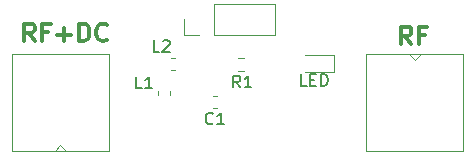
<source format=gbr>
%TF.GenerationSoftware,KiCad,Pcbnew,8.0.2*%
%TF.CreationDate,2025-01-04T01:45:43+01:00*%
%TF.ProjectId,biastee1,62696173-7465-4653-912e-6b696361645f,rev?*%
%TF.SameCoordinates,Original*%
%TF.FileFunction,Legend,Top*%
%TF.FilePolarity,Positive*%
%FSLAX46Y46*%
G04 Gerber Fmt 4.6, Leading zero omitted, Abs format (unit mm)*
G04 Created by KiCad (PCBNEW 8.0.2) date 2025-01-04 01:45:43*
%MOMM*%
%LPD*%
G01*
G04 APERTURE LIST*
%ADD10C,0.300000*%
%ADD11C,0.150000*%
%ADD12C,0.120000*%
G04 APERTURE END LIST*
D10*
X162461653Y-100850828D02*
X161961653Y-100136542D01*
X161604510Y-100850828D02*
X161604510Y-99350828D01*
X161604510Y-99350828D02*
X162175939Y-99350828D01*
X162175939Y-99350828D02*
X162318796Y-99422257D01*
X162318796Y-99422257D02*
X162390225Y-99493685D01*
X162390225Y-99493685D02*
X162461653Y-99636542D01*
X162461653Y-99636542D02*
X162461653Y-99850828D01*
X162461653Y-99850828D02*
X162390225Y-99993685D01*
X162390225Y-99993685D02*
X162318796Y-100065114D01*
X162318796Y-100065114D02*
X162175939Y-100136542D01*
X162175939Y-100136542D02*
X161604510Y-100136542D01*
X163604510Y-100065114D02*
X163104510Y-100065114D01*
X163104510Y-100850828D02*
X163104510Y-99350828D01*
X163104510Y-99350828D02*
X163818796Y-99350828D01*
X164390224Y-100279400D02*
X165533082Y-100279400D01*
X164961653Y-100850828D02*
X164961653Y-99707971D01*
X166247367Y-100850828D02*
X166247367Y-99350828D01*
X166247367Y-99350828D02*
X166604510Y-99350828D01*
X166604510Y-99350828D02*
X166818796Y-99422257D01*
X166818796Y-99422257D02*
X166961653Y-99565114D01*
X166961653Y-99565114D02*
X167033082Y-99707971D01*
X167033082Y-99707971D02*
X167104510Y-99993685D01*
X167104510Y-99993685D02*
X167104510Y-100207971D01*
X167104510Y-100207971D02*
X167033082Y-100493685D01*
X167033082Y-100493685D02*
X166961653Y-100636542D01*
X166961653Y-100636542D02*
X166818796Y-100779400D01*
X166818796Y-100779400D02*
X166604510Y-100850828D01*
X166604510Y-100850828D02*
X166247367Y-100850828D01*
X168604510Y-100707971D02*
X168533082Y-100779400D01*
X168533082Y-100779400D02*
X168318796Y-100850828D01*
X168318796Y-100850828D02*
X168175939Y-100850828D01*
X168175939Y-100850828D02*
X167961653Y-100779400D01*
X167961653Y-100779400D02*
X167818796Y-100636542D01*
X167818796Y-100636542D02*
X167747367Y-100493685D01*
X167747367Y-100493685D02*
X167675939Y-100207971D01*
X167675939Y-100207971D02*
X167675939Y-99993685D01*
X167675939Y-99993685D02*
X167747367Y-99707971D01*
X167747367Y-99707971D02*
X167818796Y-99565114D01*
X167818796Y-99565114D02*
X167961653Y-99422257D01*
X167961653Y-99422257D02*
X168175939Y-99350828D01*
X168175939Y-99350828D02*
X168318796Y-99350828D01*
X168318796Y-99350828D02*
X168533082Y-99422257D01*
X168533082Y-99422257D02*
X168604510Y-99493685D01*
X194361653Y-101100828D02*
X193861653Y-100386542D01*
X193504510Y-101100828D02*
X193504510Y-99600828D01*
X193504510Y-99600828D02*
X194075939Y-99600828D01*
X194075939Y-99600828D02*
X194218796Y-99672257D01*
X194218796Y-99672257D02*
X194290225Y-99743685D01*
X194290225Y-99743685D02*
X194361653Y-99886542D01*
X194361653Y-99886542D02*
X194361653Y-100100828D01*
X194361653Y-100100828D02*
X194290225Y-100243685D01*
X194290225Y-100243685D02*
X194218796Y-100315114D01*
X194218796Y-100315114D02*
X194075939Y-100386542D01*
X194075939Y-100386542D02*
X193504510Y-100386542D01*
X195504510Y-100315114D02*
X195004510Y-100315114D01*
X195004510Y-101100828D02*
X195004510Y-99600828D01*
X195004510Y-99600828D02*
X195718796Y-99600828D01*
D11*
X173030833Y-101754819D02*
X172554643Y-101754819D01*
X172554643Y-101754819D02*
X172554643Y-100754819D01*
X173316548Y-100850057D02*
X173364167Y-100802438D01*
X173364167Y-100802438D02*
X173459405Y-100754819D01*
X173459405Y-100754819D02*
X173697500Y-100754819D01*
X173697500Y-100754819D02*
X173792738Y-100802438D01*
X173792738Y-100802438D02*
X173840357Y-100850057D01*
X173840357Y-100850057D02*
X173887976Y-100945295D01*
X173887976Y-100945295D02*
X173887976Y-101040533D01*
X173887976Y-101040533D02*
X173840357Y-101183390D01*
X173840357Y-101183390D02*
X173268929Y-101754819D01*
X173268929Y-101754819D02*
X173887976Y-101754819D01*
X171563333Y-104842319D02*
X171087143Y-104842319D01*
X171087143Y-104842319D02*
X171087143Y-103842319D01*
X172420476Y-104842319D02*
X171849048Y-104842319D01*
X172134762Y-104842319D02*
X172134762Y-103842319D01*
X172134762Y-103842319D02*
X172039524Y-103985176D01*
X172039524Y-103985176D02*
X171944286Y-104080414D01*
X171944286Y-104080414D02*
X171849048Y-104128033D01*
X179870833Y-104754819D02*
X179537500Y-104278628D01*
X179299405Y-104754819D02*
X179299405Y-103754819D01*
X179299405Y-103754819D02*
X179680357Y-103754819D01*
X179680357Y-103754819D02*
X179775595Y-103802438D01*
X179775595Y-103802438D02*
X179823214Y-103850057D01*
X179823214Y-103850057D02*
X179870833Y-103945295D01*
X179870833Y-103945295D02*
X179870833Y-104088152D01*
X179870833Y-104088152D02*
X179823214Y-104183390D01*
X179823214Y-104183390D02*
X179775595Y-104231009D01*
X179775595Y-104231009D02*
X179680357Y-104278628D01*
X179680357Y-104278628D02*
X179299405Y-104278628D01*
X180823214Y-104754819D02*
X180251786Y-104754819D01*
X180537500Y-104754819D02*
X180537500Y-103754819D01*
X180537500Y-103754819D02*
X180442262Y-103897676D01*
X180442262Y-103897676D02*
X180347024Y-103992914D01*
X180347024Y-103992914D02*
X180251786Y-104040533D01*
X185482142Y-104634819D02*
X185005952Y-104634819D01*
X185005952Y-104634819D02*
X185005952Y-103634819D01*
X185815476Y-104111009D02*
X186148809Y-104111009D01*
X186291666Y-104634819D02*
X185815476Y-104634819D01*
X185815476Y-104634819D02*
X185815476Y-103634819D01*
X185815476Y-103634819D02*
X186291666Y-103634819D01*
X186720238Y-104634819D02*
X186720238Y-103634819D01*
X186720238Y-103634819D02*
X186958333Y-103634819D01*
X186958333Y-103634819D02*
X187101190Y-103682438D01*
X187101190Y-103682438D02*
X187196428Y-103777676D01*
X187196428Y-103777676D02*
X187244047Y-103872914D01*
X187244047Y-103872914D02*
X187291666Y-104063390D01*
X187291666Y-104063390D02*
X187291666Y-104206247D01*
X187291666Y-104206247D02*
X187244047Y-104396723D01*
X187244047Y-104396723D02*
X187196428Y-104491961D01*
X187196428Y-104491961D02*
X187101190Y-104587200D01*
X187101190Y-104587200D02*
X186958333Y-104634819D01*
X186958333Y-104634819D02*
X186720238Y-104634819D01*
X177558333Y-107789580D02*
X177510714Y-107837200D01*
X177510714Y-107837200D02*
X177367857Y-107884819D01*
X177367857Y-107884819D02*
X177272619Y-107884819D01*
X177272619Y-107884819D02*
X177129762Y-107837200D01*
X177129762Y-107837200D02*
X177034524Y-107741961D01*
X177034524Y-107741961D02*
X176986905Y-107646723D01*
X176986905Y-107646723D02*
X176939286Y-107456247D01*
X176939286Y-107456247D02*
X176939286Y-107313390D01*
X176939286Y-107313390D02*
X176986905Y-107122914D01*
X176986905Y-107122914D02*
X177034524Y-107027676D01*
X177034524Y-107027676D02*
X177129762Y-106932438D01*
X177129762Y-106932438D02*
X177272619Y-106884819D01*
X177272619Y-106884819D02*
X177367857Y-106884819D01*
X177367857Y-106884819D02*
X177510714Y-106932438D01*
X177510714Y-106932438D02*
X177558333Y-106980057D01*
X178510714Y-107884819D02*
X177939286Y-107884819D01*
X178225000Y-107884819D02*
X178225000Y-106884819D01*
X178225000Y-106884819D02*
X178129762Y-107027676D01*
X178129762Y-107027676D02*
X178034524Y-107122914D01*
X178034524Y-107122914D02*
X177939286Y-107170533D01*
D12*
%TO.C,L2*%
X174372779Y-102290000D02*
X174047221Y-102290000D01*
X174372779Y-103310000D02*
X174047221Y-103310000D01*
%TO.C,L1*%
X172920000Y-105037221D02*
X172920000Y-105362779D01*
X173940000Y-105037221D02*
X173940000Y-105362779D01*
%TO.C,J1_rf1*%
X190550000Y-101900000D02*
X190550000Y-110100000D01*
X194150000Y-101900000D02*
X194650000Y-102400000D01*
X194650000Y-102400000D02*
X195150000Y-101900000D01*
X198750000Y-101900000D02*
X190550000Y-101900000D01*
X198750000Y-101900000D02*
X198750000Y-110100000D01*
X198750000Y-110100000D02*
X190550000Y-110100000D01*
%TO.C,R1*%
X180204724Y-102277500D02*
X179695276Y-102277500D01*
X180204724Y-103322500D02*
X179695276Y-103322500D01*
%TO.C,J2_rfdc1*%
X160550000Y-101900000D02*
X168750000Y-101900000D01*
X160550000Y-110100000D02*
X160550000Y-101900000D01*
X160550000Y-110100000D02*
X168750000Y-110100000D01*
X164650000Y-109600000D02*
X164150000Y-110100000D01*
X165150000Y-110100000D02*
X164650000Y-109600000D01*
X168750000Y-110100000D02*
X168750000Y-101900000D01*
%TO.C,J1*%
X175090000Y-100330000D02*
X175090000Y-99000000D01*
X176420000Y-100330000D02*
X175090000Y-100330000D01*
X177690000Y-97670000D02*
X182830000Y-97670000D01*
X177690000Y-100330000D02*
X177690000Y-97670000D01*
X177690000Y-100330000D02*
X182830000Y-100330000D01*
X182830000Y-100330000D02*
X182830000Y-97670000D01*
%TO.C,LED*%
X185325000Y-103485000D02*
X187785000Y-103485000D01*
X187785000Y-102015000D02*
X185325000Y-102015000D01*
X187785000Y-103485000D02*
X187785000Y-102015000D01*
%TO.C,C1*%
X177865580Y-105490000D02*
X177584420Y-105490000D01*
X177865580Y-106510000D02*
X177584420Y-106510000D01*
%TD*%
M02*

</source>
